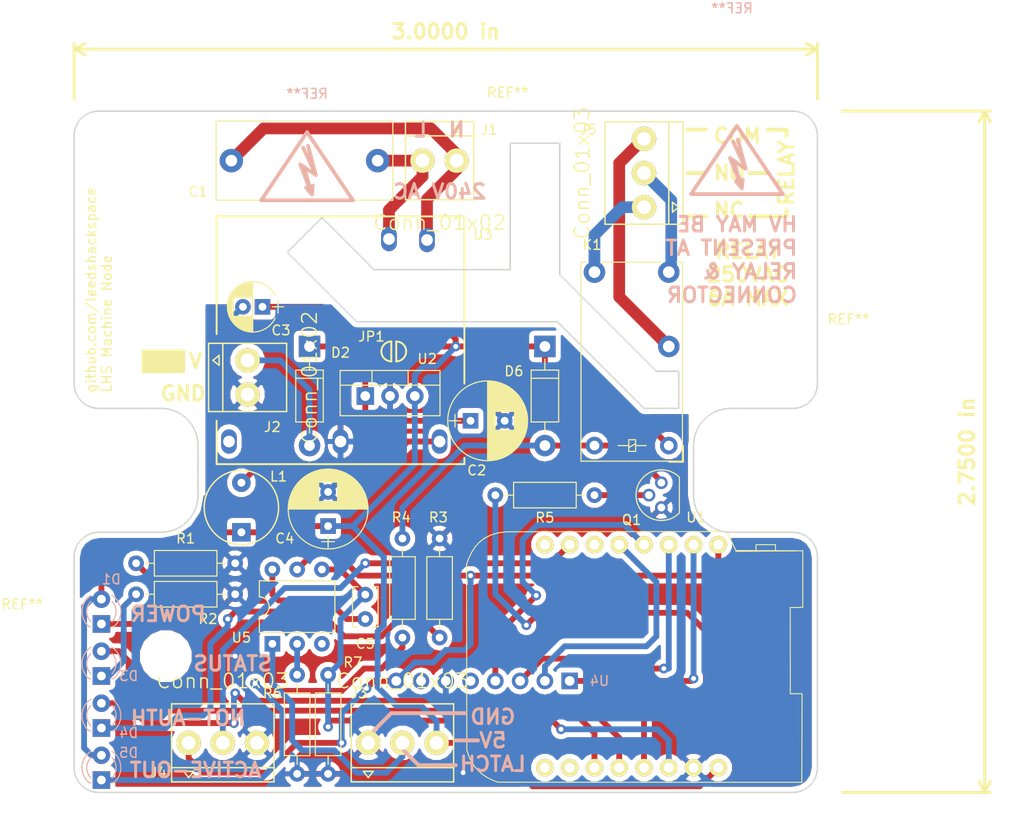
<source format=kicad_pcb>
(kicad_pcb (version 4) (host pcbnew 4.0.7)
  (layers (0 F.Cu signal) (31 B.Cu signal) (34 B.Paste user) (35 F.Paste user) (36 B.SilkS user) (37 F.SilkS user) (38 B.Mask user) (39 F.Mask user) (44 Edge.Cuts user))
  (net 0 "")
  (net 1 /240-LIVE)
  (net 2 /240-NEUT)
  (net 3 "Net-(C2-Pad1)")
  (net 4 GND)
  (net 5 +5V)
  (net 6 "Net-(C5-Pad1)")
  (net 7 LATCH-INPUT)
  (net 8 "Net-(D1-Pad1)")
  (net 9 "Net-(D2-Pad2)")
  (net 10 "Net-(D3-Pad1)")
  (net 11 /LED-STATUS)
  (net 12 "Net-(D4-Pad1)")
  (net 13 /LED-NOTAUTH)
  (net 14 "Net-(D5-Pad1)")
  (net 15 "Net-(D6-Pad2)")
  (net 16 "Net-(J3-Pad2)")
  (net 17 +3V3)
  (net 18 A0-SPARE)
  (net 19 /RELAY-NC)
  (net 20 /RELAY-NO)
  (net 21 /RELAY-COM)
  (net 22 "Net-(L1-Pad2)")
  (net 23 "Net-(Q1-Pad2)")
  (net 24 /RELAY-CONTROL)
  (net 25 "Net-(R6-Pad1)")
  (net 26 "Net-(U1-Pad8)")
  (net 27 "Net-(U1-Pad7)")
  (net 28 /SDA)
  (net 29 /MOSI)
  (net 30 /MISO)
  (net 31 /SCK)
  (net 32 "Net-(U1-Pad11)")
  (net 33 "Net-(U1-Pad9)")
  (net 34 "Net-(U4-Pad5)")
  (net 35 "Net-(U4-Pad7)")
  (net 36 "Net-(U5-Pad3)")
  (module VTX-214-005-005 (layer F.Cu) (at 212.725 85.725 270)
    (fp_text reference U3 (at -10.795 -14.605 360) (layer F.SilkS))
    (fp_text value Vigortronix-VTX-214-005-005)
    (pad 1 thru_hole oval (at -10.28 -8.87 270) (size 2.5 1.6) (drill 1.2) (layers *.Cu *.Mask) (net 2 /240-NEUT))
    (pad 2 thru_hole oval (at -10.38 -4.97 270) (size 2.5 1.6) (drill 1.2) (layers *.Cu *.Mask) (net 1 /240-LIVE))
    (pad 3 thru_hole oval (at 10.38 11.43 270) (size 2.5 1.6) (drill 1.2) (layers *.Cu *.Mask))
    (pad 4 thru_hole oval (at 10.38 0 270) (size 2.5 1.6) (drill 1.2) (layers *.Cu *.Mask) (net 4 GND))
    (pad 5 thru_hole oval (at 10.38 -10.16 270) (size 2.5 1.6) (drill 1.2) (layers *.Cu *.Mask) (net 22 "Net-(L1-Pad2)"))
  )
  (module TO_SOT_Packages_THT:TO-92_Molded_Narrow (layer F.Cu) (at 245.618 102.87 90)
    (fp_text reference Q1 (at -1.27 -3.048 180) (layer F.SilkS))
    (fp_text value PN2222A)
    (pad 2 thru_hole circle (at 1.27 -1.27 180) (size 1.3 1.3) (drill 0.8) (layers *.Cu *.Mask) (net 23 "Net-(Q1-Pad2)"))
    (pad 3 thru_hole circle (at 2.54 0 180) (size 1.3 1.3) (drill 0.8) (layers *.Cu *.Mask) (net 15 "Net-(D6-Pad2)"))
    (pad 1 thru_hole circle (at 0 0 180) (size 1.3 1.3) (drill 0.8) (layers *.Cu *.Mask) (net 4 GND))
  )
  (module wemos_d1_mini:D1_mini_board (layer F.Cu) (at 243.84 118.11 90)
    (fp_text reference U1 (at 14.224 5.334 180) (layer F.SilkS))
    (fp_text value "WeMos D1 Mini")
    (pad 8 thru_hole circle (at -11.43 -10.16 90) (size 1.8 1.8) (drill 1.016) (layers *.Cu *.Mask F.SilkS) (net 26 "Net-(U1-Pad8)"))
    (pad 7 thru_hole circle (at -11.43 -7.62 90) (size 1.8 1.8) (drill 1.016) (layers *.Cu *.Mask F.SilkS) (net 27 "Net-(U1-Pad7)"))
    (pad 6 thru_hole circle (at -11.43 -5.08 90) (size 1.8 1.8) (drill 1.016) (layers *.Cu *.Mask F.SilkS) (net 11 /LED-STATUS))
    (pad 5 thru_hole circle (at -11.43 -2.54 90) (size 1.8 1.8) (drill 1.016) (layers *.Cu *.Mask F.SilkS) (net 13 /LED-NOTAUTH))
    (pad 4 thru_hole circle (at -11.43 0 90) (size 1.8 1.8) (drill 1.016) (layers *.Cu *.Mask F.SilkS) (net 24 /RELAY-CONTROL))
    (pad 3 thru_hole circle (at -11.43 2.54 90) (size 1.8 1.8) (drill 1.016) (layers *.Cu *.Mask F.SilkS) (net 7 LATCH-INPUT))
    (pad 2 thru_hole circle (at -11.43 5.08 90) (size 1.8 1.8) (drill 1.016) (layers *.Cu *.Mask F.SilkS) (net 4 GND))
    (pad 1 thru_hole circle (at -11.43 7.62 90) (size 1.8 1.8) (drill 1.016) (layers *.Cu *.Mask F.SilkS) (net 5 +5V))
    (pad 16 thru_hole circle (at 11.43 7.62 90) (size 1.8 1.8) (drill 1.016) (layers *.Cu *.Mask F.SilkS) (net 17 +3V3))
    (pad 15 thru_hole circle (at 11.43 5.08 90) (size 1.8 1.8) (drill 1.016) (layers *.Cu *.Mask F.SilkS) (net 28 /SDA))
    (pad 14 thru_hole circle (at 11.43 2.54 90) (size 1.8 1.8) (drill 1.016) (layers *.Cu *.Mask F.SilkS) (net 29 /MOSI))
    (pad 13 thru_hole circle (at 11.43 0 90) (size 1.8 1.8) (drill 1.016) (layers *.Cu *.Mask F.SilkS) (net 30 /MISO))
    (pad 12 thru_hole circle (at 11.43 -2.54 90) (size 1.8 1.8) (drill 1.016) (layers *.Cu *.Mask F.SilkS) (net 31 /SCK))
    (pad 11 thru_hole circle (at 11.43 -5.08 90) (size 1.8 1.8) (drill 1.016) (layers *.Cu *.Mask F.SilkS) (net 32 "Net-(U1-Pad11)"))
    (pad 10 thru_hole circle (at 11.43 -7.62 90) (size 1.8 1.8) (drill 1.016) (layers *.Cu *.Mask F.SilkS) (net 18 A0-SPARE))
    (pad 9 thru_hole circle (at 11.43 -10.16 90) (size 1.8 1.8) (drill 1.016) (layers *.Cu *.Mask F.SilkS) (net 33 "Net-(U1-Pad9)"))
  )
  (module Capacitors_ThroughHole:C_Rect_L18.0mm_W8.0mm_P15.00mm_FKS3_FKP3 (layer F.Cu) (at 216.535 67.31 180)
    (fp_text reference C1 (at 18.415 -3.175 180) (layer F.SilkS))
    (fp_text value ECQU2A224ML)
    (pad 1 thru_hole circle (at 0 0 180) (size 2.4 2.4) (drill 1.2) (layers *.Cu *.Mask) (net 1 /240-LIVE))
    (pad 2 thru_hole circle (at 15 0 180) (size 2.4 2.4) (drill 1.2) (layers *.Cu *.Mask) (net 2 /240-NEUT))
  )
  (module Resistors_ThroughHole:R_Axial_DIN0207_L6.3mm_D2.5mm_P10.16mm_Horizontal (layer F.Cu) (at 222.885 106.045 270)
    (fp_text reference R3 (at -2.159 0.127 360) (layer F.SilkS))
    (fp_text value 1K)
    (pad 1 thru_hole circle (at 0 0 270) (size 1.6 1.6) (drill 0.8) (layers *.Cu *.Mask) (net 4 GND))
    (pad 2 thru_hole oval (at 10.16 0 270) (size 1.6 1.6) (drill 0.8) (layers *.Cu *.Mask) (net 12 "Net-(D4-Pad1)"))
  )
  (module Socket_Strips:Socket_Strip_Angled_1x08_Pitch2.54mm (layer B.Cu) (at 236.22 120.65 90)
    (fp_text reference U4 (at 0 3.048 180) (layer B.SilkS) (effects (justify mirror)))
    (fp_text value "RFID-RC522 Reader")
    (pad 1 thru_hole rect (at 0 0 90) (size 1.7 1.7) (drill 1) (layers *.Cu *.Mask) (net 28 /SDA))
    (pad 2 thru_hole oval (at 0 -2.54 90) (size 1.7 1.7) (drill 1) (layers *.Cu *.Mask) (net 31 /SCK))
    (pad 3 thru_hole oval (at 0 -5.08 90) (size 1.7 1.7) (drill 1) (layers *.Cu *.Mask) (net 29 /MOSI))
    (pad 4 thru_hole oval (at 0 -7.62 90) (size 1.7 1.7) (drill 1) (layers *.Cu *.Mask) (net 30 /MISO))
    (pad 5 thru_hole oval (at 0 -10.16 90) (size 1.7 1.7) (drill 1) (layers *.Cu *.Mask) (net 34 "Net-(U4-Pad5)"))
    (pad 6 thru_hole oval (at 0 -12.7 90) (size 1.7 1.7) (drill 1) (layers *.Cu *.Mask) (net 4 GND))
    (pad 7 thru_hole oval (at 0 -15.24 90) (size 1.7 1.7) (drill 1) (layers *.Cu *.Mask) (net 35 "Net-(U4-Pad7)"))
    (pad 8 thru_hole oval (at 0 -17.78 90) (size 1.7 1.7) (drill 1) (layers *.Cu *.Mask) (net 17 +3V3))
  )
  (module adnbr_pth:CONNECTOR-02-3.5MM (layer F.Cu) (at 222.885 67.31 180)
    (fp_text reference J1 (at -5.08 3.175 180) (layer F.SilkS))
    (fp_text value Conn_01x02 (at 0 -6.35 180) (layer F.SilkS) (effects (font (size 1.5 1.5))))
    (pad 1 thru_hole circle (at -1.75 0 180) (size 2.5 2.5) (drill 1.4) (layers *.Cu *.Mask F.SilkS) (net 2 /240-NEUT))
    (pad 2 thru_hole circle (at 1.75 0 180) (size 2.5 2.5) (drill 1.4) (layers *.Cu *.Mask F.SilkS) (net 1 /240-LIVE))
  )
  (module Relays_ThroughHole:Relay_SPDT_Finder_32.21-x000 (layer F.Cu) (at 246.38 96.52 180)
    (fp_text reference K1 (at 7.874 20.574 180) (layer F.SilkS))
    (fp_text value "FINDER 32.21.7.012.2000")
    (pad A1 thru_hole circle (at 0 0 180) (size 1.8 1.8) (drill 1) (layers *.Cu *.Mask) (net 5 +5V))
    (pad A2 thru_hole circle (at 7.62 0 180) (size 1.8 1.8) (drill 1) (layers *.Cu *.Mask) (net 15 "Net-(D6-Pad2)"))
    (pad 11 thru_hole circle (at 0 10.16 180) (size 2.2 2.2) (drill 1.2) (layers *.Cu *.Mask) (net 21 /RELAY-COM))
    (pad 14 thru_hole circle (at 0 17.78 180) (size 2.2 2.2) (drill 1.2) (layers *.Cu *.Mask) (net 20 /RELAY-NO))
    (pad 12 thru_hole circle (at 7.62 17.78 180) (size 2.2 2.2) (drill 1.2) (layers *.Cu *.Mask) (net 19 /RELAY-NC))
  )
  (module TO_SOT_Packages_THT:TO-220-3_Vertical (layer F.Cu) (at 215.265 91.44)
    (fp_text reference U2 (at 6.35 -3.81) (layer F.SilkS))
    (fp_text value LM7805_TO220)
    (pad 1 thru_hole rect (at 0 0) (size 1.8 1.8) (drill 1) (layers *.Cu *.Mask) (net 3 "Net-(C2-Pad1)"))
    (pad 2 thru_hole oval (at 2.54 0) (size 1.8 1.8) (drill 1) (layers *.Cu *.Mask) (net 4 GND))
    (pad 3 thru_hole oval (at 5.08 0) (size 1.8 1.8) (drill 1) (layers *.Cu *.Mask) (net 5 +5V))
  )
  (module Capacitors_ThroughHole:CP_Radial_D8.0mm_P3.50mm (layer F.Cu) (at 226.06 93.98)
    (fp_text reference C2 (at 0.635 5.08) (layer F.SilkS))
    (fp_text value 100U)
    (pad 1 thru_hole rect (at 0 0) (size 1.6 1.6) (drill 0.8) (layers *.Cu *.Mask) (net 3 "Net-(C2-Pad1)"))
    (pad 2 thru_hole circle (at 3.5 0) (size 1.6 1.6) (drill 0.8) (layers *.Cu *.Mask) (net 4 GND))
  )
  (module Capacitors_ThroughHole:CP_Radial_D5.0mm_P2.00mm (layer F.Cu) (at 204.724 82.296 180)
    (fp_text reference C3 (at -1.905 -2.413 180) (layer F.SilkS))
    (fp_text value 10U)
    (pad 1 thru_hole rect (at 0 0 180) (size 1.6 1.6) (drill 0.8) (layers *.Cu *.Mask) (net 5 +5V))
    (pad 2 thru_hole circle (at 2 0 180) (size 1.6 1.6) (drill 0.8) (layers *.Cu *.Mask) (net 4 GND))
  )
  (module Capacitors_ThroughHole:CP_Radial_D8.0mm_P3.50mm (layer F.Cu) (at 211.455 104.775 90)
    (fp_text reference C4 (at -1.27 -4.445 180) (layer F.SilkS))
    (fp_text value 470UF)
    (pad 1 thru_hole rect (at 0 0 90) (size 1.6 1.6) (drill 0.8) (layers *.Cu *.Mask) (net 5 +5V))
    (pad 2 thru_hole circle (at 3.5 0 90) (size 1.6 1.6) (drill 0.8) (layers *.Cu *.Mask) (net 4 GND))
  )
  (module Capacitors_ThroughHole:C_Rect_L4.0mm_W2.5mm_P2.50mm (layer F.Cu) (at 215.265 114.3 90)
    (fp_text reference C5 (at -2.54 0 180) (layer F.SilkS))
    (fp_text value 0.1NF)
    (pad 1 thru_hole circle (at 0 0 90) (size 1.6 1.6) (drill 0.8) (layers *.Cu *.Mask) (net 6 "Net-(C5-Pad1)"))
    (pad 2 thru_hole circle (at 2.5 0 90) (size 1.6 1.6) (drill 0.8) (layers *.Cu *.Mask) (net 7 LATCH-INPUT))
  )
  (module LEDs:LED_D3.0mm (layer B.Cu) (at 188.214 120.142 90)
    (fp_text reference D3 (at 0 2.794 180) (layer B.SilkS) (effects (justify mirror)))
    (fp_text value STATUS)
    (pad 1 thru_hole rect (at 0 0 90) (size 1.8 1.8) (drill 0.9) (layers *.Cu *.Mask) (net 10 "Net-(D3-Pad1)"))
    (pad 2 thru_hole circle (at 2.54 0 90) (size 1.8 1.8) (drill 0.9) (layers *.Cu *.Mask) (net 11 /LED-STATUS))
  )
  (module LEDs:LED_D3.0mm (layer B.Cu) (at 188.214 125.476 90)
    (fp_text reference D4 (at -0.508 2.794 180) (layer B.SilkS) (effects (justify mirror)))
    (fp_text value NOT-AUTH)
    (pad 1 thru_hole rect (at 0 0 90) (size 1.8 1.8) (drill 0.9) (layers *.Cu *.Mask) (net 12 "Net-(D4-Pad1)"))
    (pad 2 thru_hole circle (at 2.54 0 90) (size 1.8 1.8) (drill 0.9) (layers *.Cu *.Mask) (net 13 /LED-NOTAUTH))
  )
  (module LEDs:LED_D3.0mm (layer B.Cu) (at 188.214 130.81 90)
    (fp_text reference D5 (at 2.794 2.794 180) (layer B.SilkS) (effects (justify mirror)))
    (fp_text value OUTPUT-ACTIVE)
    (pad 1 thru_hole rect (at 0 0 90) (size 1.8 1.8) (drill 0.9) (layers *.Cu *.Mask) (net 14 "Net-(D5-Pad1)"))
    (pad 2 thru_hole circle (at 2.54 0 90) (size 1.8 1.8) (drill 0.9) (layers *.Cu *.Mask) (net 5 +5V))
  )
  (module Diodes_ThroughHole:D_DO-41_SOD81_P10.16mm_Horizontal (layer F.Cu) (at 233.68 86.36 270)
    (fp_text reference D6 (at 2.54 3.175 360) (layer F.SilkS))
    (fp_text value 1N4001)
    (pad 1 thru_hole rect (at 0 0 270) (size 2.2 2.2) (drill 1.1) (layers *.Cu *.Mask) (net 5 +5V))
    (pad 2 thru_hole oval (at 10.16 0 270) (size 2.2 2.2) (drill 1.1) (layers *.Cu *.Mask) (net 15 "Net-(D6-Pad2)"))
  )
  (module adnbr_pth:CONNECTOR-02-3.5MM (layer F.Cu) (at 203.2 89.535 270)
    (fp_text reference J2 (at 5.08 -2.54 360) (layer F.SilkS))
    (fp_text value Conn_01x02 (at 0 -6.35 270) (layer F.SilkS) (effects (font (size 1.5 1.5))))
    (pad 1 thru_hole circle (at -1.75 0 270) (size 2.5 2.5) (drill 1.4) (layers *.Cu *.Mask F.SilkS) (net 9 "Net-(D2-Pad2)"))
    (pad 2 thru_hole circle (at 1.75 0 270) (size 2.5 2.5) (drill 1.4) (layers *.Cu *.Mask F.SilkS) (net 4 GND))
  )
  (module adnbr_pth:CONNECTOR-03-3.5MM (layer F.Cu) (at 219.075 127)
    (fp_text reference J3 (at -4.445 -5.08) (layer F.SilkS))
    (fp_text value Conn_01x03 (at 0 -6.35) (layer F.SilkS) (effects (font (size 1.5 1.5))))
    (pad 1 thru_hole circle (at -3.5 0) (size 2.5 2.5) (drill 1.4) (layers *.Cu *.Mask F.SilkS) (net 4 GND))
    (pad 2 thru_hole circle (at 0 0) (size 2.5 2.5) (drill 1.4) (layers *.Cu *.Mask F.SilkS) (net 16 "Net-(J3-Pad2)"))
    (pad 3 thru_hole circle (at 3.5 0) (size 2.5 2.5) (drill 1.4) (layers *.Cu *.Mask F.SilkS) (net 5 +5V))
  )
  (module adnbr_pth:CONNECTOR-03-3.5MM (layer F.Cu) (at 200.66 127)
    (fp_text reference J4 (at -6.604 3.048) (layer F.SilkS))
    (fp_text value Conn_01x03 (at 0 -6.35) (layer F.SilkS) (effects (font (size 1.5 1.5))))
    (pad 1 thru_hole circle (at -3.5 0) (size 2.5 2.5) (drill 1.4) (layers *.Cu *.Mask F.SilkS) (net 17 +3V3))
    (pad 2 thru_hole circle (at 0 0) (size 2.5 2.5) (drill 1.4) (layers *.Cu *.Mask F.SilkS) (net 18 A0-SPARE))
    (pad 3 thru_hole circle (at 3.5 0) (size 2.5 2.5) (drill 1.4) (layers *.Cu *.Mask F.SilkS) (net 4 GND))
  )
  (module adnbr_pth:CONNECTOR-03-3.5MM (layer F.Cu) (at 243.84 68.58 90)
    (fp_text reference J5 (at 4.445 -5.715 180) (layer F.SilkS))
    (fp_text value Conn_01x03 (at 0 -6.35 90) (layer F.SilkS) (effects (font (size 1.5 1.5))))
    (pad 1 thru_hole circle (at -3.5 0 90) (size 2.5 2.5) (drill 1.4) (layers *.Cu *.Mask F.SilkS) (net 19 /RELAY-NC))
    (pad 2 thru_hole circle (at 0 0 90) (size 2.5 2.5) (drill 1.4) (layers *.Cu *.Mask F.SilkS) (net 20 /RELAY-NO))
    (pad 3 thru_hole circle (at 3.5 0 90) (size 2.5 2.5) (drill 1.4) (layers *.Cu *.Mask F.SilkS) (net 21 /RELAY-COM))
  )
  (module Inductors:INDUCTOR_V (layer F.Cu) (at 202.565 102.87 90)
    (fp_text reference L1 (at 3.175 3.81 180) (layer F.SilkS))
    (fp_text value 5UH)
    (pad 1 thru_hole rect (at -2.54 0 90) (size 1.905 1.905) (drill 0.8128) (layers *.Cu *.Mask) (net 5 +5V))
    (pad 2 thru_hole circle (at 2.54 0 90) (size 1.905 1.905) (drill 0.8128) (layers *.Cu *.Mask) (net 22 "Net-(L1-Pad2)"))
  )
  (module Resistors_ThroughHole:R_Axial_DIN0207_L6.3mm_D2.5mm_P10.16mm_Horizontal (layer F.Cu) (at 201.93 108.585 180)
    (fp_text reference R1 (at 5.08 2.54 180) (layer F.SilkS))
    (fp_text value 1K)
    (pad 1 thru_hole circle (at 0 0 180) (size 1.6 1.6) (drill 0.8) (layers *.Cu *.Mask) (net 4 GND))
    (pad 2 thru_hole oval (at 10.16 0 180) (size 1.6 1.6) (drill 0.8) (layers *.Cu *.Mask) (net 8 "Net-(D1-Pad1)"))
  )
  (module Resistors_ThroughHole:R_Axial_DIN0207_L6.3mm_D2.5mm_P10.16mm_Horizontal (layer F.Cu) (at 201.93 111.76 180)
    (fp_text reference R2 (at 2.794 -2.54 180) (layer F.SilkS))
    (fp_text value 1K)
    (pad 1 thru_hole circle (at 0 0 180) (size 1.6 1.6) (drill 0.8) (layers *.Cu *.Mask) (net 4 GND))
    (pad 2 thru_hole oval (at 10.16 0 180) (size 1.6 1.6) (drill 0.8) (layers *.Cu *.Mask) (net 10 "Net-(D3-Pad1)"))
  )
  (module Resistors_ThroughHole:R_Axial_DIN0207_L6.3mm_D2.5mm_P10.16mm_Horizontal (layer F.Cu) (at 219.075 106.045 270)
    (fp_text reference R4 (at -2.159 0.127 360) (layer F.SilkS))
    (fp_text value 1K)
    (pad 1 thru_hole circle (at 0 0 270) (size 1.6 1.6) (drill 0.8) (layers *.Cu *.Mask) (net 15 "Net-(D6-Pad2)"))
    (pad 2 thru_hole oval (at 10.16 0 270) (size 1.6 1.6) (drill 0.8) (layers *.Cu *.Mask) (net 14 "Net-(D5-Pad1)"))
  )
  (module Resistors_ThroughHole:R_Axial_DIN0207_L6.3mm_D2.5mm_P10.16mm_Horizontal (layer F.Cu) (at 238.76 101.6 180)
    (fp_text reference R5 (at 5.08 -2.31 180) (layer F.SilkS))
    (fp_text value 2K2)
    (pad 1 thru_hole circle (at 0 0 180) (size 1.6 1.6) (drill 0.8) (layers *.Cu *.Mask) (net 23 "Net-(Q1-Pad2)"))
    (pad 2 thru_hole oval (at 10.16 0 180) (size 1.6 1.6) (drill 0.8) (layers *.Cu *.Mask) (net 24 /RELAY-CONTROL))
  )
  (module Resistors_ThroughHole:R_Axial_DIN0207_L6.3mm_D2.5mm_P10.16mm_Horizontal (layer F.Cu) (at 208.28 120.015 270)
    (fp_text reference R6 (at 1.905 2.54 360) (layer F.SilkS))
    (fp_text value 2K2)
    (pad 1 thru_hole circle (at 0 0 270) (size 1.6 1.6) (drill 0.8) (layers *.Cu *.Mask) (net 25 "Net-(R6-Pad1)"))
    (pad 2 thru_hole oval (at 10.16 0 270) (size 1.6 1.6) (drill 0.8) (layers *.Cu *.Mask) (net 4 GND))
  )
  (module Resistors_ThroughHole:R_Axial_DIN0207_L6.3mm_D2.5mm_P10.16mm_Horizontal (layer F.Cu) (at 211.455 120.015 270)
    (fp_text reference R7 (at -1.27 -2.54 360) (layer F.SilkS))
    (fp_text value 10K)
    (pad 1 thru_hole circle (at 0 0 270) (size 1.6 1.6) (drill 0.8) (layers *.Cu *.Mask) (net 7 LATCH-INPUT))
    (pad 2 thru_hole oval (at 10.16 0 270) (size 1.6 1.6) (drill 0.8) (layers *.Cu *.Mask) (net 4 GND))
  )
  (module Housings_DIP:DIP-6_W7.62mm (layer F.Cu) (at 205.74 116.84 90)
    (fp_text reference U5 (at 0.635 -3.175 180) (layer F.SilkS))
    (fp_text value 4N25)
    (pad 1 thru_hole rect (at 0 0 90) (size 1.6 1.6) (drill 0.8) (layers *.Cu *.Mask) (net 16 "Net-(J3-Pad2)"))
    (pad 4 thru_hole oval (at 7.62 5.08 90) (size 1.6 1.6) (drill 0.8) (layers *.Cu *.Mask) (net 7 LATCH-INPUT))
    (pad 2 thru_hole oval (at 0 2.54 90) (size 1.6 1.6) (drill 0.8) (layers *.Cu *.Mask) (net 25 "Net-(R6-Pad1)"))
    (pad 5 thru_hole oval (at 7.62 2.54 90) (size 1.6 1.6) (drill 0.8) (layers *.Cu *.Mask) (net 17 +3V3))
    (pad 3 thru_hole oval (at 0 5.08 90) (size 1.6 1.6) (drill 0.8) (layers *.Cu *.Mask) (net 36 "Net-(U5-Pad3)"))
    (pad 6 thru_hole oval (at 7.62 0 90) (size 1.6 1.6) (drill 0.8) (layers *.Cu *.Mask) (net 6 "Net-(C5-Pad1)"))
  )
  (module LEDs:LED_D3.0mm (layer B.Cu) (at 188.214 114.808 90)
    (fp_text reference D1 (at 4.572 1.016 180) (layer B.SilkS) (effects (justify mirror)))
    (fp_text value POWER)
    (pad 1 thru_hole rect (at 0 0 90) (size 1.8 1.8) (drill 0.9) (layers *.Cu *.Mask) (net 8 "Net-(D1-Pad1)"))
    (pad 2 thru_hole circle (at 2.54 0 90) (size 1.8 1.8) (drill 0.9) (layers *.Cu *.Mask) (net 5 +5V))
  )
  (module Diodes_ThroughHole:D_DO-41_SOD81_P10.16mm_Horizontal (layer F.Cu) (at 209.55 86.36 270)
    (fp_text reference D2 (at 0.635 -3.175 360) (layer F.SilkS))
    (fp_text value 1N4001)
    (pad 1 thru_hole rect (at 0 0 270) (size 2.2 2.2) (drill 1.1) (layers *.Cu *.Mask) (net 3 "Net-(C2-Pad1)"))
    (pad 2 thru_hole oval (at 10.16 0 270) (size 2.2 2.2) (drill 1.1) (layers *.Cu *.Mask) (net 9 "Net-(D2-Pad2)"))
  )
  (module Mounting_Holes:MountingHole_4.3mm_M4 (layer F.Cu) (at 194.818 118.11)
    (fp_text reference REF** (at -14.732 -5.334) (layer F.SilkS))
    (fp_text value MountingHole_4.3mm_M4)
    (pad 1 np_thru_hole circle (at 0 0) (size 4.3 4.3) (drill 4.3) (layers *.Cu *.Mask))
  )
  (module Mounting_Holes:MountingHole_4.3mm_M4 (layer F.Cu) (at 191.135 67.945)
    (fp_text reference REF** (at 38.735 -7.62) (layer F.SilkS))
    (fp_text value MountingHole_4.3mm_M4)
    (pad 1 np_thru_hole circle (at 0 0) (size 4.3 4.3) (drill 4.3) (layers *.Cu *.Mask))
  )
  (module Mounting_Holes:MountingHole_4.3mm_M4 (layer F.Cu) (at 256.54 87.376)
    (fp_text reference REF** (at 8.255 -3.81) (layer F.SilkS))
    (fp_text value MountingHole_4.3mm_M4)
    (pad 1 np_thru_hole circle (at 0 0) (size 4.3 4.3) (drill 4.3) (layers *.Cu *.Mask))
  )
  (module modules:electricity-warning (layer B.Cu) (at 253.365 67.945 180)
    (fp_text reference REF** (at 0.508 16.256 180) (layer B.SilkS) (effects (justify mirror)))
    (fp_text value Symbol_HighVoltage_Type2_CopperTop_VerySmall)
  )
  (module modules:electricity-warning (layer B.Cu) (at 209.296 68.58 180)
    (fp_text reference REF** (at 0 8.128 180) (layer B.SilkS) (effects (justify mirror)))
    (fp_text value Symbol_HighVoltage_Type2_CopperTop_VerySmall)
  )
  (module modules:SOLDER-JUMPER_1-WAY (layer F.Cu) (at 218.186 86.868)
    (fp_text reference JP1 (at -2.286 -1.524) (layer F.SilkS) (effects (font (thickness 0.1524))))
    (fp_text value 5V-JUMP hide)
    (pad 1 smd rect (at -0.65 0) (size 1 1) (layers F.Cu F.Paste F.Mask) (net 3 "Net-(C2-Pad1)"))
    (pad 2 smd rect (at 0.65 0) (size 1 1) (layers F.Cu F.Paste F.Mask) (net 5 +5V))
  )
  (gr_text "github.com/leedshackspace\nLHS Machine Node" (at 187.96 91.186 90) (layer F.SilkS) (effects (font (size 1 1)) (justify left)))
  (gr_line (start 246.634 92.71) (end 246.38 92.71) (angle 90) (layer Edge.Cuts) (width 0.15))
  (gr_line (start 247.396 92.71) (end 246.634 92.71) (angle 90) (layer Edge.Cuts) (width 0.15))
  (gr_line (start 247.396 88.9) (end 247.396 92.71) (angle 90) (layer Edge.Cuts) (width 0.15))
  (gr_line (start 246.38 88.9) (end 247.396 88.9) (angle 90) (layer Edge.Cuts) (width 0.15))
  (gr_line (start 214.376 83.82) (end 234.95 83.82) (angle 90) (layer Edge.Cuts) (width 0.15))
  (gr_line (start 213.614 83.058) (end 214.376 83.82) (angle 90) (layer Edge.Cuts) (width 0.15))
  (gr_line (start 207.264 76.708) (end 213.614 83.058) (angle 90) (layer Edge.Cuts) (width 0.15))
  (gr_line (start 207.772 76.2) (end 207.264 76.708) (angle 90) (layer Edge.Cuts) (width 0.15))
  (gr_line (start 210.82 73.152) (end 207.772 76.2) (angle 90) (layer Edge.Cuts) (width 0.15))
  (gr_line (start 216.154 78.486) (end 210.82 73.152) (angle 90) (layer Edge.Cuts) (width 0.15))
  (gr_line (start 229.616 78.486) (end 216.154 78.486) (angle 90) (layer Edge.Cuts) (width 0.15))
  (gr_line (start 230.124 78.486) (end 229.616 78.486) (angle 90) (layer Edge.Cuts) (width 0.15))
  (gr_line (start 230.124 65.532) (end 230.124 78.486) (angle 90) (layer Edge.Cuts) (width 0.15))
  (gr_line (start 235.204 65.532) (end 230.124 65.532) (angle 90) (layer Edge.Cuts) (width 0.15))
  (gr_line (start 235.204 66.294) (end 235.204 65.532) (angle 90) (layer Edge.Cuts) (width 0.15))
  (gr_line (start 235.204 78.994) (end 235.204 66.294) (angle 90) (layer Edge.Cuts) (width 0.15))
  (gr_line (start 236.22 80.01) (end 235.204 78.994) (angle 90) (layer Edge.Cuts) (width 0.15))
  (gr_text V (at 197.866 87.884) (layer F.SilkS) (effects (font (size 1.5 1.5) (thickness 0.3))))
  (gr_line (start 196.596 88.646) (end 192.532 88.646) (angle 90) (layer F.SilkS) (width 0.4))
  (gr_line (start 192.532 88.392) (end 196.596 88.392) (angle 90) (layer F.SilkS) (width 0.4))
  (gr_line (start 196.596 88.138) (end 195.834 88.138) (angle 90) (layer F.SilkS) (width 0.4))
  (gr_line (start 196.342 88.138) (end 196.596 88.138) (angle 90) (layer F.SilkS) (width 0.4))
  (gr_line (start 192.532 88.138) (end 196.088 88.138) (angle 90) (layer F.SilkS) (width 0.4))
  (gr_line (start 196.342 87.884) (end 192.532 87.884) (angle 90) (layer F.SilkS) (width 0.4))
  (gr_line (start 192.532 87.63) (end 196.596 87.63) (angle 90) (layer F.SilkS) (width 0.4))
  (gr_line (start 192.532 87.122) (end 196.342 87.122) (angle 90) (layer F.SilkS) (width 0.4))
  (gr_line (start 192.532 87.376) (end 196.596 87.376) (angle 90) (layer F.SilkS) (width 0.4))
  (gr_line (start 192.532 86.868) (end 196.596 86.868) (angle 90) (layer F.SilkS) (width 0.4))
  (gr_line (start 192.532 88.9) (end 192.532 86.868) (angle 90) (layer F.SilkS) (width 0.4))
  (gr_line (start 196.596 88.9) (end 192.532 88.9) (angle 90) (layer F.SilkS) (width 0.4))
  (gr_line (start 196.596 86.868) (end 196.596 88.9) (angle 90) (layer F.SilkS) (width 0.4))
  (gr_text GND (at 196.596 91.186) (layer F.SilkS) (effects (font (size 1.5 1.5) (thickness 0.3))))
  (gr_line (start 194.31 105.41) (end 193.04 105.41) (angle 90) (layer Edge.Cuts) (width 0.15))
  (gr_line (start 198.12 100.33) (end 198.12 101.6) (angle 90) (layer Edge.Cuts) (width 0.15))
  (gr_arc (start 194.31 101.6) (end 198.12 101.6) (angle 90) (layer Edge.Cuts) (width 0.15))
  (gr_arc (start 194.31 96.52) (end 194.31 92.71) (angle 90) (layer Edge.Cuts) (width 0.15))
  (gr_line (start 193.04 92.71) (end 194.31 92.71) (angle 90) (layer Edge.Cuts) (width 0.15))
  (gr_line (start 198.12 97.79) (end 198.12 96.52) (angle 90) (layer Edge.Cuts) (width 0.15))
  (gr_line (start 252.73 92.71) (end 254 92.71) (angle 90) (layer Edge.Cuts) (width 0.15))
  (gr_arc (start 252.73 96.52) (end 248.92 96.52) (angle 90) (layer Edge.Cuts) (width 0.15))
  (gr_line (start 248.92 97.79) (end 248.92 96.52) (angle 90) (layer Edge.Cuts) (width 0.15))
  (gr_line (start 261.62 107.95) (end 261.62 129.54) (angle 90) (layer Edge.Cuts) (width 0.15))
  (gr_line (start 185.42 107.95) (end 185.42 129.54) (angle 90) (layer Edge.Cuts) (width 0.15))
  (gr_line (start 248.92 100.33) (end 248.92 101.6) (angle 90) (layer Edge.Cuts) (width 0.15))
  (gr_line (start 259.08 105.41) (end 252.73 105.41) (angle 90) (layer Edge.Cuts) (width 0.15))
  (gr_arc (start 252.73 101.6) (end 252.73 105.41) (angle 90) (layer Edge.Cuts) (width 0.15))
  (gr_line (start 248.92 99.06) (end 248.92 100.33) (angle 90) (layer Edge.Cuts) (width 0.15))
  (gr_arc (start 259.08 107.95) (end 259.08 105.41) (angle 90) (layer Edge.Cuts) (width 0.15))
  (gr_line (start 193.04 105.41) (end 187.96 105.41) (angle 90) (layer Edge.Cuts) (width 0.15))
  (gr_line (start 198.12 99.06) (end 198.12 100.33) (angle 90) (layer Edge.Cuts) (width 0.15))
  (gr_arc (start 187.96 107.95) (end 185.42 107.95) (angle 90) (layer Edge.Cuts) (width 0.15))
  (gr_line (start 198.12 97.79) (end 198.12 99.06) (angle 90) (layer Edge.Cuts) (width 0.15))
  (gr_line (start 193.04 92.71) (end 187.96 92.71) (angle 90) (layer Edge.Cuts) (width 0.15))
  (gr_line (start 185.42 90.17) (end 185.42 64.77) (angle 90) (layer Edge.Cuts) (width 0.15))
  (gr_arc (start 187.96 90.17) (end 187.96 92.71) (angle 90) (layer Edge.Cuts) (width 0.15))
  (gr_line (start 261.62 90.17) (end 261.62 64.77) (angle 90) (layer Edge.Cuts) (width 0.15))
  (gr_line (start 259.08 92.71) (end 254 92.71) (angle 90) (layer Edge.Cuts) (width 0.15))
  (gr_line (start 248.92 99.06) (end 248.92 97.79) (angle 90) (layer Edge.Cuts) (width 0.15))
  (gr_arc (start 259.08 90.17) (end 261.62 90.17) (angle 90) (layer Edge.Cuts) (width 0.15))
  (gr_text "RELAY\n250VAC\n6A MAX" (at 254.508 78.994) (layer F.SilkS) (effects (font (size 1.5 1.5) (thickness 0.3))))
  (gr_text "HV MAY BE \nPRESENT AT\nRELAY &\nCONNECTOR" (at 259.715 77.47) (layer B.SilkS) (effects (font (size 1.5 1.5) (thickness 0.3)) (justify left mirror)))
  (gr_line (start 225.425 90.17) (end 225.425 73.025) (angle 90) (layer F.SilkS) (width 0.2))
  (gr_line (start 225.425 98.425) (end 225.425 97.79) (angle 90) (layer F.SilkS) (width 0.2))
  (gr_line (start 200.025 98.425) (end 225.425 98.425) (angle 90) (layer F.SilkS) (width 0.2))
  (gr_line (start 200.025 93.98) (end 200.025 98.425) (angle 90) (layer F.SilkS) (width 0.2))
  (gr_line (start 200.025 73.025) (end 200.025 85.09) (angle 90) (layer F.SilkS) (width 0.2))
  (gr_line (start 225.425 73.025) (end 200.025 73.025) (angle 90) (layer F.SilkS) (width 0.2))
  (dimension 76.2 (width 0.3) (layer F.SilkS) (gr_text "76.200 mm" (at 223.52 54.53) (layer F.SilkS) (effects (font (size 1.5 1.5) (thickness 0.3)))) (feature1 (pts (xy 185.42 60.96) (xy 185.42 53.18))) (feature2 (pts (xy 261.62 60.96) (xy 261.62 53.18))) (crossbar (pts (xy 261.62 55.88) (xy 185.42 55.88))) (arrow1a (pts (xy 185.42 55.88) (xy 186.546504 55.293579))) (arrow1b (pts (xy 185.42 55.88) (xy 186.546504 56.466421))) (arrow2a (pts (xy 261.62 55.88) (xy 260.493496 55.293579))) (arrow2b (pts (xy 261.62 55.88) (xy 260.493496 56.466421))))
  (dimension 69.85 (width 0.3) (layer F.SilkS) (gr_text "69.850 mm" (at 280.115 97.155 90) (layer F.SilkS) (effects (font (size 1.5 1.5) (thickness 0.3)))) (feature1 (pts (xy 264.16 62.23) (xy 281.465 62.23))) (feature2 (pts (xy 264.16 132.08) (xy 281.465 132.08))) (crossbar (pts (xy 278.765 132.08) (xy 278.765 62.23))) (arrow1a (pts (xy 278.765 62.23) (xy 279.351421 63.356504))) (arrow1b (pts (xy 278.765 62.23) (xy 278.178579 63.356504))) (arrow2a (pts (xy 278.765 132.08) (xy 279.351421 130.953496))) (arrow2b (pts (xy 278.765 132.08) (xy 278.178579 130.953496))))
  (gr_line (start 250.19 73.025) (end 248.285 73.025) (angle 90) (layer F.SilkS) (width 0.4))
  (gr_line (start 250.19 68.58) (end 248.285 68.58) (angle 90) (layer F.SilkS) (width 0.4))
  (gr_line (start 250.19 64.135) (end 248.285 64.135) (angle 90) (layer F.SilkS) (width 0.4))
  (gr_line (start 216.916 124.968) (end 216.154 125.73) (angle 90) (layer B.SilkS) (width 0.4))
  (gr_line (start 220.726 129.286) (end 219.202 127.762) (angle 90) (layer B.SilkS) (width 0.4))
  (gr_line (start 224.536 129.286) (end 220.726 129.286) (angle 90) (layer B.SilkS) (width 0.4))
  (gr_line (start 217.932 123.952) (end 216.916 124.968) (angle 90) (layer B.SilkS) (width 0.4))
  (gr_line (start 225.552 123.952) (end 217.932 123.952) (angle 90) (layer B.SilkS) (width 0.4))
  (gr_line (start 226.822 126.746) (end 224.536 126.746) (angle 90) (layer B.SilkS) (width 0.4))
  (gr_text "GND\n5V\nLATCH" (at 228.346 126.746) (layer B.SilkS) (effects (font (size 1.5 1.5) (thickness 0.3)) (justify mirror)))
  (gr_text ACTIVE-OUT (at 197.866 129.794) (layer B.SilkS) (effects (font (size 1.5 1.5) (thickness 0.3)) (justify mirror)))
  (gr_text NOT-AUTH (at 197.104 124.46) (layer B.SilkS) (effects (font (size 1.5 1.5) (thickness 0.3)) (justify mirror)))
  (gr_text STATUS (at 201.676 118.872) (layer B.SilkS) (effects (font (size 1.5 1.5) (thickness 0.3)) (justify mirror)))
  (gr_text POWER (at 195.072 113.792) (layer B.SilkS) (effects (font (size 1.5 1.5) (thickness 0.3)) (justify mirror)))
  (gr_text "240V AC" (at 222.885 70.485) (layer B.SilkS) (effects (font (size 1.5 1.5) (thickness 0.3)) (justify mirror)))
  (gr_text "N  L" (at 222.885 64.135) (layer B.SilkS) (effects (font (size 1.5 1.5) (thickness 0.3)) (justify mirror)))
  (gr_line (start 255.27 68.58) (end 254.635 68.58) (angle 90) (layer F.SilkS) (width 0.4))
  (gr_line (start 255.27 73.025) (end 254.635 73.025) (angle 90) (layer F.SilkS) (width 0.4))
  (gr_line (start 255.27 68.58) (end 256.54 68.58) (angle 90) (layer F.SilkS) (width 0.4))
  (gr_line (start 258.445 73.025) (end 255.27 73.025) (angle 90) (layer F.SilkS) (width 0.4))
  (gr_line (start 258.445 72.39) (end 258.445 73.025) (angle 90) (layer F.SilkS) (width 0.4))
  (gr_line (start 258.445 64.135) (end 256.54 64.135) (angle 90) (layer F.SilkS) (width 0.4))
  (gr_line (start 258.445 64.77) (end 258.445 64.135) (angle 90) (layer F.SilkS) (width 0.4))
  (gr_text RELAY (at 258.445 68.58 90) (layer F.SilkS) (effects (font (size 1.5 1.5) (thickness 0.3))))
  (gr_line (start 187.96 62.23) (end 198.12 62.23) (angle 90) (layer Edge.Cuts) (width 0.15))
  (gr_line (start 259.08 62.23) (end 248.92 62.23) (angle 90) (layer Edge.Cuts) (width 0.15))
  (gr_arc (start 259.08 64.77) (end 259.08 62.23) (angle 90) (layer Edge.Cuts) (width 0.15))
  (gr_arc (start 187.96 64.77) (end 185.42 64.77) (angle 90) (layer Edge.Cuts) (width 0.15))
  (gr_line (start 248.92 62.23) (end 198.12 62.23) (angle 90) (layer Edge.Cuts) (width 0.15))
  (gr_line (start 243.84 92.71) (end 246.38 92.71) (angle 90) (layer Edge.Cuts) (width 0.15))
  (gr_line (start 234.95 83.82) (end 243.84 92.71) (angle 90) (layer Edge.Cuts) (width 0.15))
  (gr_line (start 245.11 88.9) (end 236.22 80.01) (angle 90) (layer Edge.Cuts) (width 0.15))
  (gr_line (start 246.38 88.9) (end 245.11 88.9) (angle 90) (layer Edge.Cuts) (width 0.15))
  (gr_line (start 259.08 132.08) (end 187.96 132.08) (angle 90) (layer Edge.Cuts) (width 0.15))
  (gr_arc (start 259.08 129.54) (end 261.62 129.54) (angle 90) (layer Edge.Cuts) (width 0.15))
  (gr_arc (start 187.96 129.54) (end 187.96 132.08) (angle 90) (layer Edge.Cuts) (width 0.15))
  (gr_text COM (at 250.825 64.77) (layer F.SilkS) (effects (font (size 1.5 1.5) (thickness 0.3)) (justify left)))
  (gr_text NO (at 250.825 68.58) (layer F.SilkS) (effects (font (size 1.5 1.5) (thickness 0.3)) (justify left)))
  (gr_text NC (at 250.825 72.39) (layer F.SilkS) (effects (font (size 1.5 1.5) (thickness 0.3)) (justify left)))
  (segment (start 216.535 67.31) (end 221.135 67.31) (width 1.2) (layer F.Cu) (net 1))
  (segment (start 221.135 67.31) (end 221.135 68.933) (width 1.2) (layer F.Cu) (net 1))
  (segment (start 217.695 72.373) (end 217.695 75.345) (width 1.2) (layer F.Cu) (net 1))
  (segment (start 221.135 68.933) (end 217.695 72.373) (width 1.2) (layer F.Cu) (net 1))
  (segment (start 221.135 67.31) (end 221.135 68.171) (width 1.2) (layer F.Cu) (net 1))
  (segment (start 224.635 67.31) (end 224.635 66.647) (width 1.2) (layer F.Cu) (net 2))
  (segment (start 224.635 66.647) (end 221.996 64.008) (width 1.2) (layer F.Cu) (net 2))
  (segment (start 204.837 64.008) (end 201.535 67.31) (width 1.2) (layer F.Cu) (net 2))
  (segment (start 221.996 64.008) (end 204.837 64.008) (width 1.2) (layer F.Cu) (net 2))
  (segment (start 224.635 67.31) (end 224.635 68.227) (width 1.2) (layer F.Cu) (net 2))
  (segment (start 224.635 68.227) (end 221.595 71.267) (width 1.2) (layer F.Cu) (net 2))
  (segment (start 221.595 71.267) (end 221.595 75.445) (width 1.2) (layer F.Cu) (net 2))
  (segment (start 224.635 67.31) (end 224.635 67.155) (width 1) (layer F.Cu) (net 2))
  (segment (start 216.916 86.868) (end 217.536 86.868) (width 0.6) (layer F.Cu) (net 3))
  (segment (start 217.028 86.868) (end 216.916 86.868) (width 0.6) (layer F.Cu) (net 3))
  (segment (start 216.916 86.868) (end 216.408 86.868) (width 0.6) (layer F.Cu) (net 3))
  (segment (start 216.408 86.868) (end 215.138 88.138) (width 0.6) (layer F.Cu) (net 3))
  (segment (start 226.06 93.98) (end 215.9 93.98) (width 0.6) (layer F.Cu) (net 3))
  (segment (start 215.9 93.98) (end 215.265 93.345) (width 0.6) (layer F.Cu) (net 3))
  (segment (start 215.265 93.345) (end 215.265 91.44) (width 0.6) (layer F.Cu) (net 3))
  (segment (start 209.55 86.36) (end 213.36 86.36) (width 0.6) (layer F.Cu) (net 3))
  (segment (start 213.36 86.36) (end 215.138 88.138) (width 0.6) (layer F.Cu) (net 3))
  (segment (start 215.138 88.138) (end 215.265 88.265) (width 0.6) (layer F.Cu) (net 3))
  (segment (start 215.265 88.265) (end 215.265 91.44) (width 0.6) (layer F.Cu) (net 3))
  (segment (start 212.725 96.105) (end 212.725 100.005) (width 0.6) (layer B.Cu) (net 4))
  (segment (start 212.725 100.005) (end 211.455 101.275) (width 0.6) (layer B.Cu) (net 4))
  (segment (start 224.79 104.14) (end 223.901 105.029) (width 0.6) (layer F.Cu) (net 4))
  (segment (start 224.79 104.14) (end 224.536 104.14) (width 0.6) (layer F.Cu) (net 4))
  (segment (start 244.348 104.14) (end 224.79 104.14) (width 0.6) (layer F.Cu) (net 4))
  (segment (start 245.618 102.87) (end 244.348 104.14) (width 0.6) (layer F.Cu) (net 4))
  (segment (start 224.536 104.14) (end 223.901 103.505) (width 0.6) (layer F.Cu) (net 4))
  (segment (start 225.552 118.745) (end 224.409 118.745) (width 0.6) (layer B.Cu) (net 4))
  (segment (start 223.52 119.634) (end 223.52 120.65) (width 0.6) (layer B.Cu) (net 4))
  (segment (start 224.409 118.745) (end 223.52 119.634) (width 0.6) (layer B.Cu) (net 4))
  (segment (start 202.724 82.296) (end 202.692 82.296) (width 0.6) (layer B.Cu) (net 4))
  (segment (start 202.692 82.296) (end 200.152 84.836) (width 0.6) (layer B.Cu) (net 4))
  (segment (start 200.152 84.836) (end 200.152 88.237) (width 0.6) (layer B.Cu) (net 4))
  (segment (start 200.152 88.237) (end 203.2 91.285) (width 0.6) (layer B.Cu) (net 4))
  (segment (start 229.56 93.98) (end 229.56 93.924) (width 0.6) (layer F.Cu) (net 4))
  (segment (start 229.56 93.924) (end 224.79 89.154) (width 0.6) (layer F.Cu) (net 4))
  (segment (start 224.79 89.154) (end 218.313 89.154) (width 0.6) (layer F.Cu) (net 4))
  (segment (start 218.313 89.154) (end 217.805 89.662) (width 0.6) (layer F.Cu) (net 4))
  (segment (start 217.805 89.662) (end 217.805 91.44) (width 0.6) (layer F.Cu) (net 4))
  (segment (start 212.725 96.105) (end 212.725 94.234) (width 0.6) (layer F.Cu) (net 4))
  (segment (start 205.26 93.345) (end 203.2 91.285) (width 0.6) (layer F.Cu) (net 4))
  (segment (start 211.836 93.345) (end 205.26 93.345) (width 0.6) (layer F.Cu) (net 4))
  (segment (start 212.725 94.234) (end 211.836 93.345) (width 0.6) (layer F.Cu) (net 4))
  (segment (start 212.725 96.105) (end 216.061 96.105) (width 0.6) (layer B.Cu) (net 4))
  (segment (start 217.805 94.361) (end 217.805 91.44) (width 0.6) (layer B.Cu) (net 4))
  (segment (start 216.061 96.105) (end 217.805 94.361) (width 0.6) (layer B.Cu) (net 4))
  (segment (start 225.298 124.841) (end 223.52 123.063) (width 0.6) (layer B.Cu) (net 4))
  (segment (start 225.298 125.73) (end 225.298 124.841) (width 0.6) (layer B.Cu) (net 4))
  (segment (start 223.52 123.063) (end 223.52 120.65) (width 0.6) (layer B.Cu) (net 4))
  (segment (start 211.455 130.175) (end 212.852 130.175) (width 0.6) (layer F.Cu) (net 4))
  (segment (start 212.852 130.175) (end 213.614 129.413) (width 0.6) (layer F.Cu) (net 4))
  (segment (start 213.614 129.413) (end 213.614 128.961) (width 0.6) (layer F.Cu) (net 4))
  (segment (start 213.614 128.961) (end 215.575 127) (width 0.6) (layer F.Cu) (net 4))
  (segment (start 208.28 130.175) (end 211.455 130.175) (width 0.6) (layer F.Cu) (net 4))
  (segment (start 248.92 129.54) (end 250.825 127.635) (width 0.6) (layer B.Cu) (net 4))
  (segment (start 250.825 127.635) (end 250.825 124.968) (width 0.6) (layer B.Cu) (net 4))
  (segment (start 250.825 124.968) (end 249.428 123.571) (width 0.6) (layer B.Cu) (net 4))
  (segment (start 249.428 123.571) (end 229.108 123.571) (width 0.6) (layer B.Cu) (net 4))
  (segment (start 229.108 123.571) (end 226.949 125.73) (width 0.6) (layer B.Cu) (net 4))
  (segment (start 226.949 125.73) (end 225.298 125.73) (width 0.6) (layer B.Cu) (net 4))
  (segment (start 212.725 96.105) (end 212.691 96.105) (width 0.6) (layer F.Cu) (net 4))
  (segment (start 217.805 91.44) (end 217.932 91.44) (width 0.6) (layer F.Cu) (net 4))
  (segment (start 229.56 93.98) (end 229.616 93.98) (width 0.6) (layer F.Cu) (net 4))
  (segment (start 229.56 93.98) (end 229.489 93.98) (width 0.6) (layer F.Cu) (net 4))
  (segment (start 211.455 101.275) (end 211.455 101.219) (width 0.6) (layer F.Cu) (net 4))
  (segment (start 211.455 101.219) (end 212.979 99.695) (width 0.6) (layer F.Cu) (net 4))
  (segment (start 212.979 99.695) (end 221.361 99.695) (width 0.6) (layer F.Cu) (net 4))
  (segment (start 221.361 99.695) (end 222.941 101.275) (width 0.6) (layer F.Cu) (net 4))
  (segment (start 222.885 106.045) (end 223.901 105.029) (width 0.6) (layer F.Cu) (net 4))
  (segment (start 223.901 103.505) (end 223.901 102.235) (width 0.6) (layer F.Cu) (net 4))
  (segment (start 223.901 102.235) (end 222.941 101.275) (width 0.6) (layer F.Cu) (net 4))
  (segment (start 222.885 106.045) (end 224.155 107.315) (width 0.6) (layer B.Cu) (net 4))
  (segment (start 224.155 107.315) (end 226.314 107.315) (width 0.6) (layer B.Cu) (net 4))
  (segment (start 226.314 107.315) (end 227.33 108.331) (width 0.6) (layer B.Cu) (net 4))
  (segment (start 227.33 108.331) (end 227.33 117.475) (width 0.6) (layer B.Cu) (net 4))
  (segment (start 215.646 127) (end 218.694 130.048) (width 0.6) (layer F.Cu) (net 4))
  (segment (start 218.694 130.048) (end 224.282 130.048) (width 0.6) (layer F.Cu) (net 4))
  (via (at 225.298 130.048) (size 1) (drill 0.5) (layers F.Cu B.Cu) (net 4))
  (segment (start 224.282 130.048) (end 225.298 130.048) (width 0.6) (layer F.Cu) (net 4))
  (segment (start 225.298 130.048) (end 225.298 125.73) (width 0.6) (layer B.Cu) (net 4))
  (segment (start 225.425 118.745) (end 225.552 118.745) (width 0.6) (layer B.Cu) (net 4))
  (segment (start 225.552 118.745) (end 226.06 118.745) (width 0.6) (layer B.Cu) (net 4))
  (segment (start 215.575 127.071) (end 215.575 127) (width 0.6) (layer F.Cu) (net 4))
  (segment (start 215.575 127) (end 215.646 127) (width 0.6) (layer F.Cu) (net 4))
  (segment (start 201.93 108.585) (end 201.803 108.585) (width 0.6) (layer B.Cu) (net 4))
  (segment (start 201.803 108.585) (end 200.66 109.728) (width 0.6) (layer B.Cu) (net 4))
  (segment (start 200.66 109.728) (end 200.66 110.49) (width 0.6) (layer B.Cu) (net 4))
  (segment (start 200.66 110.49) (end 201.93 111.76) (width 0.6) (layer B.Cu) (net 4))
  (segment (start 204.16 127) (end 204.216 127) (width 0.6) (layer B.Cu) (net 4))
  (segment (start 204.216 127) (end 205.74 125.476) (width 0.6) (layer B.Cu) (net 4))
  (segment (start 205.74 125.476) (end 205.74 125.222) (width 0.6) (layer B.Cu) (net 4))
  (segment (start 204.16 122.626) (end 205.74 124.206) (width 0.6) (layer B.Cu) (net 4))
  (segment (start 204.16 122.626) (end 201.93 120.396) (width 0.6) (layer B.Cu) (net 4))
  (segment (start 201.93 120.396) (end 201.93 118.11) (width 0.6) (layer B.Cu) (net 4))
  (via (at 201.93 118.11) (size 1) (drill 0.5) (layers F.Cu B.Cu) (net 4))
  (segment (start 201.93 118.11) (end 199.39 115.57) (width 0.6) (layer F.Cu) (net 4))
  (segment (start 199.39 115.57) (end 199.39 114.3) (width 0.6) (layer F.Cu) (net 4))
  (segment (start 199.39 114.3) (end 201.93 111.76) (width 0.6) (layer F.Cu) (net 4))
  (segment (start 205.74 124.206) (end 205.74 125.222) (width 0.6) (layer B.Cu) (net 4))
  (segment (start 227.33 117.475) (end 226.06 118.745) (width 0.6) (layer B.Cu) (net 4))
  (segment (start 218.836 86.868) (end 220.472 86.868) (width 0.6) (layer F.Cu) (net 5))
  (segment (start 220.472 86.868) (end 220.98 86.36) (width 0.6) (layer F.Cu) (net 5))
  (segment (start 220.98 86.36) (end 224.536 86.36) (width 0.6) (layer F.Cu) (net 5))
  (segment (start 219.964 85.09) (end 224.028 85.09) (width 0.6) (layer F.Cu) (net 5))
  (segment (start 218.186 85.09) (end 219.964 85.09) (width 0.6) (layer F.Cu) (net 5))
  (segment (start 210.82 82.296) (end 213.614 85.09) (width 0.6) (layer F.Cu) (net 5))
  (segment (start 213.614 85.09) (end 218.186 85.09) (width 0.6) (layer F.Cu) (net 5))
  (segment (start 204.724 82.296) (end 210.82 82.296) (width 0.6) (layer F.Cu) (net 5))
  (segment (start 220.345 89.281) (end 220.345 91.44) (width 0.6) (layer B.Cu) (net 5))
  (segment (start 221.234 88.392) (end 220.345 89.281) (width 0.6) (layer B.Cu) (net 5))
  (segment (start 222.504 88.392) (end 221.234 88.392) (width 0.6) (layer B.Cu) (net 5))
  (segment (start 224.536 86.36) (end 222.504 88.392) (width 0.6) (layer B.Cu) (net 5))
  (via (at 224.536 86.36) (size 1) (drill 0.5) (layers F.Cu B.Cu) (net 5))
  (segment (start 224.536 85.598) (end 224.536 86.36) (width 0.6) (layer F.Cu) (net 5))
  (segment (start 224.028 85.09) (end 224.536 85.598) (width 0.6) (layer F.Cu) (net 5))
  (segment (start 220.98 86.36) (end 233.68 86.36) (width 0.6) (layer F.Cu) (net 5))
  (segment (start 220.472 86.868) (end 220.98 86.36) (width 0.6) (layer F.Cu) (net 5))
  (segment (start 202.565 105.41) (end 198.12 105.41) (width 0.6) (layer F.Cu) (net 5))
  (segment (start 198.12 105.41) (end 196.85 106.68) (width 0.6) (layer F.Cu) (net 5))
  (segment (start 196.85 106.68) (end 189.23 106.68) (width 0.6) (layer F.Cu) (net 5))
  (segment (start 189.23 106.68) (end 188.214 107.696) (width 0.6) (layer F.Cu) (net 5))
  (segment (start 188.214 107.696) (end 188.214 112.268) (width 0.6) (layer F.Cu) (net 5))
  (segment (start 188.214 112.268) (end 187.198 112.268) (width 0.6) (layer B.Cu) (net 5))
  (segment (start 187.198 112.268) (end 186.436 113.03) (width 0.6) (layer B.Cu) (net 5))
  (segment (start 186.436 113.03) (end 186.436 127.508) (width 0.6) (layer B.Cu) (net 5))
  (segment (start 186.436 127.508) (end 187.198 128.27) (width 0.6) (layer B.Cu) (net 5))
  (segment (start 187.198 128.27) (end 188.214 128.27) (width 0.6) (layer B.Cu) (net 5))
  (segment (start 220.345 91.44) (end 220.345 98.425) (width 0.6) (layer B.Cu) (net 5))
  (segment (start 220.345 98.425) (end 213.995 104.775) (width 0.6) (layer B.Cu) (net 5))
  (segment (start 222.575 127) (end 222.575 124.785) (width 0.6) (layer B.Cu) (net 5))
  (segment (start 222.575 124.785) (end 220.98 123.19) (width 0.6) (layer B.Cu) (net 5))
  (segment (start 220.98 123.19) (end 218.44 123.19) (width 0.6) (layer B.Cu) (net 5))
  (segment (start 218.44 123.19) (end 216.535 121.285) (width 0.6) (layer B.Cu) (net 5))
  (segment (start 216.535 121.285) (end 216.535 115.57) (width 0.6) (layer B.Cu) (net 5))
  (segment (start 216.535 115.57) (end 217.17 114.935) (width 0.6) (layer B.Cu) (net 5))
  (segment (start 217.17 114.935) (end 217.17 107.95) (width 0.6) (layer B.Cu) (net 5))
  (segment (start 217.17 107.95) (end 213.995 104.775) (width 0.6) (layer B.Cu) (net 5))
  (segment (start 213.995 104.775) (end 211.455 104.775) (width 0.6) (layer B.Cu) (net 5))
  (segment (start 202.565 105.41) (end 206.375 105.41) (width 0.6) (layer F.Cu) (net 5))
  (segment (start 206.375 105.41) (end 207.01 104.775) (width 0.6) (layer F.Cu) (net 5))
  (segment (start 207.01 104.775) (end 211.455 104.775) (width 0.6) (layer F.Cu) (net 5))
  (segment (start 202.311 105.664) (end 202.565 105.41) (width 0.6) (layer F.Cu) (net 5))
  (segment (start 202.946 105.664) (end 203.2 105.41) (width 0.6) (layer F.Cu) (net 5))
  (segment (start 222.575 127) (end 227.965 127) (width 0.6) (layer F.Cu) (net 5))
  (segment (start 227.965 127) (end 232.41 131.445) (width 0.6) (layer F.Cu) (net 5))
  (segment (start 232.41 131.445) (end 249.555 131.445) (width 0.6) (layer F.Cu) (net 5))
  (segment (start 249.555 131.445) (end 251.46 129.54) (width 0.6) (layer F.Cu) (net 5))
  (segment (start 233.68 86.36) (end 233.68 91.44) (width 0.6) (layer F.Cu) (net 5))
  (segment (start 233.68 91.44) (end 236.22 93.98) (width 0.6) (layer F.Cu) (net 5))
  (segment (start 236.22 93.98) (end 243.84 93.98) (width 0.6) (layer F.Cu) (net 5))
  (segment (start 243.84 93.98) (end 246.38 96.52) (width 0.6) (layer F.Cu) (net 5))
  (segment (start 215.265 114.3) (end 213.36 114.3) (width 0.6) (layer F.Cu) (net 6))
  (segment (start 213.36 114.3) (end 211.455 112.395) (width 0.6) (layer F.Cu) (net 6))
  (segment (start 211.455 112.395) (end 206.375 112.395) (width 0.6) (layer F.Cu) (net 6))
  (segment (start 206.375 112.395) (end 205.74 111.76) (width 0.6) (layer F.Cu) (net 6))
  (segment (start 205.74 111.76) (end 205.74 109.22) (width 0.6) (layer F.Cu) (net 6))
  (segment (start 235.331 125.603) (end 245.237 125.603) (width 0.6) (layer B.Cu) (net 7))
  (segment (start 245.237 125.603) (end 246.38 126.746) (width 0.6) (layer B.Cu) (net 7))
  (segment (start 246.38 126.746) (end 246.38 129.54) (width 0.6) (layer B.Cu) (net 7))
  (segment (start 211.455 120.015) (end 211.455 125.349) (width 0.6) (layer B.Cu) (net 7))
  (via (at 211.455 125.349) (size 1) (drill 0.5) (layers F.Cu B.Cu) (net 7))
  (segment (start 211.455 125.349) (end 211.582 124.714) (width 0.6) (layer F.Cu) (net 7))
  (segment (start 211.582 124.714) (end 234.442 124.714) (width 0.6) (layer F.Cu) (net 7))
  (segment (start 234.442 124.714) (end 235.331 125.603) (width 0.6) (layer F.Cu) (net 7))
  (via (at 235.331 125.603) (size 1) (drill 0.5) (layers F.Cu B.Cu) (net 7))
  (segment (start 211.455 120.015) (end 212.725 118.745) (width 0.6) (layer B.Cu) (net 7))
  (segment (start 212.725 118.745) (end 212.725 114.34) (width 0.6) (layer B.Cu) (net 7))
  (segment (start 212.725 114.34) (end 215.265 111.8) (width 0.6) (layer B.Cu) (net 7))
  (segment (start 210.82 109.22) (end 212.685 109.22) (width 0.6) (layer F.Cu) (net 7))
  (segment (start 212.685 109.22) (end 215.265 111.8) (width 0.6) (layer F.Cu) (net 7))
  (segment (start 188.214 114.808) (end 192.024 114.808) (width 0.6) (layer F.Cu) (net 8))
  (segment (start 192.024 114.808) (end 194.056 112.776) (width 0.6) (layer F.Cu) (net 8))
  (segment (start 194.056 112.776) (end 194.056 110.871) (width 0.6) (layer F.Cu) (net 8))
  (segment (start 194.056 110.871) (end 191.77 108.585) (width 0.6) (layer F.Cu) (net 8))
  (segment (start 191.389 108.204) (end 191.77 108.585) (width 0.6) (layer F.Cu) (net 8))
  (segment (start 209.55 96.52) (end 209.55 90.805) (width 0.6) (layer B.Cu) (net 9))
  (segment (start 209.55 90.805) (end 206.53 87.785) (width 0.6) (layer B.Cu) (net 9))
  (segment (start 206.53 87.785) (end 203.2 87.785) (width 0.6) (layer B.Cu) (net 9))
  (segment (start 191.77 111.76) (end 190.5 113.03) (width 0.6) (layer B.Cu) (net 10))
  (segment (start 190.5 113.03) (end 190.5 118.618) (width 0.6) (layer B.Cu) (net 10))
  (segment (start 190.5 118.618) (end 188.976 120.142) (width 0.6) (layer B.Cu) (net 10))
  (segment (start 188.976 120.142) (end 188.214 120.142) (width 0.6) (layer B.Cu) (net 10))
  (segment (start 188.214 117.602) (end 189.992 117.602) (width 0.6) (layer F.Cu) (net 11))
  (segment (start 189.992 117.602) (end 191.008 118.618) (width 0.6) (layer F.Cu) (net 11))
  (segment (start 191.008 118.618) (end 191.008 121.412) (width 0.6) (layer F.Cu) (net 11))
  (segment (start 191.008 121.412) (end 193.294 123.698) (width 0.6) (layer F.Cu) (net 11))
  (segment (start 193.294 123.698) (end 236.474 123.698) (width 0.6) (layer F.Cu) (net 11))
  (segment (start 236.474 123.698) (end 238.76 125.984) (width 0.6) (layer F.Cu) (net 11))
  (segment (start 238.76 125.984) (end 238.76 129.54) (width 0.6) (layer F.Cu) (net 11))
  (segment (start 222.885 116.205) (end 221.488 114.808) (width 0.6) (layer F.Cu) (net 12))
  (segment (start 221.488 114.808) (end 221.234 114.554) (width 0.6) (layer F.Cu) (net 12))
  (segment (start 221.234 114.554) (end 218.44 114.554) (width 0.6) (layer F.Cu) (net 12))
  (segment (start 218.44 114.554) (end 216.916 116.078) (width 0.6) (layer F.Cu) (net 12))
  (segment (start 216.916 116.078) (end 213.106 116.078) (width 0.6) (layer F.Cu) (net 12))
  (segment (start 213.106 116.078) (end 210.566 113.538) (width 0.6) (layer F.Cu) (net 12))
  (segment (start 188.214 125.476) (end 189.992 125.476) (width 0.6) (layer B.Cu) (net 12))
  (segment (start 189.992 125.476) (end 193.548 125.476) (width 0.6) (layer B.Cu) (net 12))
  (segment (start 193.548 125.476) (end 194.818 125.476) (width 0.6) (layer B.Cu) (net 12))
  (segment (start 194.818 125.476) (end 196.088 124.206) (width 0.6) (layer B.Cu) (net 12))
  (segment (start 196.088 124.206) (end 198.628 124.206) (width 0.6) (layer B.Cu) (net 12))
  (segment (start 198.628 124.206) (end 199.39 123.444) (width 0.6) (layer B.Cu) (net 12))
  (segment (start 199.39 123.444) (end 199.39 116.84) (width 0.6) (layer B.Cu) (net 12))
  (segment (start 199.39 116.84) (end 201.168 115.062) (width 0.6) (layer B.Cu) (net 12))
  (segment (start 201.168 115.062) (end 201.168 114.3) (width 0.6) (layer B.Cu) (net 12))
  (via (at 201.168 114.3) (size 1) (drill 0.5) (layers F.Cu B.Cu) (net 12))
  (segment (start 201.168 114.3) (end 201.93 113.538) (width 0.6) (layer F.Cu) (net 12))
  (segment (start 201.93 113.538) (end 210.566 113.538) (width 0.6) (layer F.Cu) (net 12))
  (segment (start 203.2 122.682) (end 202.692 122.682) (width 0.6) (layer F.Cu) (net 13))
  (segment (start 202.692 122.682) (end 201.93 121.92) (width 0.6) (layer F.Cu) (net 13))
  (segment (start 192.786 124.968) (end 201.803 124.968) (width 0.6) (layer F.Cu) (net 13))
  (via (at 201.803 124.968) (size 1) (drill 0.5) (layers F.Cu B.Cu) (net 13))
  (segment (start 201.803 124.968) (end 201.803 122.428) (width 0.6) (layer B.Cu) (net 13))
  (segment (start 201.803 122.428) (end 201.93 121.92) (width 0.6) (layer B.Cu) (net 13))
  (via (at 201.93 121.92) (size 1) (drill 0.5) (layers F.Cu B.Cu) (net 13))
  (segment (start 203.2 122.682) (end 208.788 122.682) (width 0.6) (layer F.Cu) (net 13))
  (segment (start 188.214 122.936) (end 190.754 122.936) (width 0.6) (layer F.Cu) (net 13))
  (segment (start 190.754 122.936) (end 192.786 124.968) (width 0.6) (layer F.Cu) (net 13))
  (segment (start 208.788 122.682) (end 237.49 122.682) (width 0.6) (layer F.Cu) (net 13))
  (segment (start 237.49 122.682) (end 241.3 126.492) (width 0.6) (layer F.Cu) (net 13))
  (segment (start 241.3 126.492) (end 241.3 129.54) (width 0.6) (layer F.Cu) (net 13))
  (segment (start 241.3 128.905) (end 241.3 129.54) (width 0.6) (layer B.Cu) (net 13))
  (segment (start 214.122 120.396) (end 215.138 119.38) (width 0.6) (layer F.Cu) (net 14))
  (segment (start 215.138 119.38) (end 216.916 119.38) (width 0.6) (layer F.Cu) (net 14))
  (segment (start 216.916 119.38) (end 219.075 117.221) (width 0.6) (layer F.Cu) (net 14))
  (segment (start 219.075 117.221) (end 219.075 116.205) (width 0.6) (layer F.Cu) (net 14))
  (segment (start 210.312 121.666) (end 204.724 121.666) (width 0.6) (layer F.Cu) (net 14))
  (segment (start 204.724 121.666) (end 203.962 120.904) (width 0.6) (layer F.Cu) (net 14))
  (via (at 203.962 120.904) (size 1) (drill 0.5) (layers F.Cu B.Cu) (net 14))
  (segment (start 203.962 120.904) (end 206.756 123.698) (width 0.6) (layer B.Cu) (net 14))
  (segment (start 206.756 123.698) (end 206.756 128.524) (width 0.6) (layer B.Cu) (net 14))
  (segment (start 206.756 128.524) (end 204.47 130.81) (width 0.6) (layer B.Cu) (net 14))
  (segment (start 204.47 130.81) (end 188.214 130.81) (width 0.6) (layer B.Cu) (net 14))
  (segment (start 214.122 120.396) (end 212.852 121.666) (width 0.6) (layer F.Cu) (net 14))
  (segment (start 212.852 121.666) (end 210.312 121.666) (width 0.6) (layer F.Cu) (net 14))
  (segment (start 210.312 121.666) (end 210.058 121.666) (width 0.6) (layer F.Cu) (net 14))
  (segment (start 233.68 96.52) (end 225.425 96.52) (width 0.6) (layer B.Cu) (net 15))
  (segment (start 225.425 96.52) (end 219.075 102.87) (width 0.6) (layer B.Cu) (net 15))
  (segment (start 219.075 102.87) (end 219.075 106.045) (width 0.6) (layer B.Cu) (net 15))
  (segment (start 245.618 100.33) (end 245.618 100.203) (width 0.6) (layer F.Cu) (net 15))
  (segment (start 245.618 100.203) (end 241.935 96.52) (width 0.6) (layer F.Cu) (net 15))
  (segment (start 241.935 96.52) (end 238.76 96.52) (width 0.6) (layer F.Cu) (net 15))
  (segment (start 233.68 96.52) (end 238.76 96.52) (width 0.6) (layer F.Cu) (net 15))
  (segment (start 208.788 127.762) (end 207.772 126.746) (width 0.6) (layer B.Cu) (net 16))
  (segment (start 207.772 126.746) (end 207.772 122.936) (width 0.6) (layer B.Cu) (net 16))
  (segment (start 207.772 122.936) (end 205.74 120.904) (width 0.6) (layer B.Cu) (net 16))
  (segment (start 205.74 120.904) (end 205.74 116.84) (width 0.6) (layer B.Cu) (net 16))
  (segment (start 208.788 127.762) (end 212.09 127.762) (width 0.6) (layer B.Cu) (net 16))
  (segment (start 212.09 127.762) (end 214.376 130.048) (width 0.6) (layer B.Cu) (net 16))
  (segment (start 214.376 130.048) (end 217.424 130.048) (width 0.6) (layer B.Cu) (net 16))
  (segment (start 217.424 130.048) (end 219.075 128.397) (width 0.6) (layer B.Cu) (net 16))
  (segment (start 219.075 128.397) (end 219.075 127) (width 0.6) (layer B.Cu) (net 16))
  (segment (start 218.44 120.65) (end 220.345 118.745) (width 0.6) (layer B.Cu) (net 17))
  (segment (start 220.345 118.745) (end 222.25 118.745) (width 0.6) (layer B.Cu) (net 17))
  (segment (start 222.25 118.745) (end 223.52 117.475) (width 0.6) (layer B.Cu) (net 17))
  (segment (start 223.52 117.475) (end 225.425 117.475) (width 0.6) (layer B.Cu) (net 17))
  (segment (start 225.425 117.475) (end 226.06 116.84) (width 0.6) (layer B.Cu) (net 17))
  (segment (start 226.06 116.84) (end 226.06 109.855) (width 0.6) (layer B.Cu) (net 17))
  (via (at 226.06 109.855) (size 1) (drill 0.5) (layers F.Cu B.Cu) (net 17))
  (segment (start 224.79 109.855) (end 226.06 109.855) (width 0.6) (layer F.Cu) (net 17))
  (segment (start 226.06 109.855) (end 250.825 109.855) (width 0.6) (layer F.Cu) (net 17))
  (segment (start 218.44 120.65) (end 218.44 120.396) (width 0.6) (layer B.Cu) (net 17))
  (segment (start 251.46 106.68) (end 251.46 109.22) (width 0.6) (layer F.Cu) (net 17))
  (segment (start 251.46 109.22) (end 250.825 109.855) (width 0.6) (layer F.Cu) (net 17))
  (segment (start 224.79 109.855) (end 219.075 109.855) (width 0.6) (layer F.Cu) (net 17))
  (segment (start 219.075 109.855) (end 215.265 109.855) (width 0.6) (layer F.Cu) (net 17))
  (segment (start 215.265 109.855) (end 214.63 109.855) (width 0.6) (layer F.Cu) (net 17))
  (segment (start 214.63 109.855) (end 212.09 107.315) (width 0.6) (layer F.Cu) (net 17))
  (segment (start 212.09 107.315) (end 210.185 107.315) (width 0.6) (layer F.Cu) (net 17))
  (segment (start 210.185 107.315) (end 208.28 109.22) (width 0.6) (layer F.Cu) (net 17))
  (segment (start 204.47 130.048) (end 205.232 130.048) (width 0.6) (layer F.Cu) (net 17))
  (segment (start 205.232 130.048) (end 208.28 127) (width 0.6) (layer F.Cu) (net 17))
  (segment (start 208.28 127) (end 212.852 127) (width 0.6) (layer F.Cu) (net 17))
  (segment (start 197.16 127) (end 197.16 128.58) (width 0.6) (layer F.Cu) (net 17))
  (segment (start 216.154 120.65) (end 218.44 120.65) (width 0.6) (layer F.Cu) (net 17))
  (segment (start 215.392 121.412) (end 216.154 120.65) (width 0.6) (layer F.Cu) (net 17))
  (via (at 215.392 121.412) (size 1) (drill 0.5) (layers F.Cu B.Cu) (net 17))
  (segment (start 212.852 123.952) (end 215.392 121.412) (width 0.6) (layer B.Cu) (net 17))
  (segment (start 212.852 127) (end 212.852 123.952) (width 0.6) (layer B.Cu) (net 17))
  (via (at 212.852 127) (size 1) (drill 0.5) (layers F.Cu B.Cu) (net 17))
  (segment (start 198.628 130.048) (end 204.47 130.048) (width 0.6) (layer F.Cu) (net 17))
  (segment (start 204.47 130.048) (end 204.724 130.048) (width 0.6) (layer F.Cu) (net 17))
  (segment (start 197.16 128.58) (end 198.628 130.048) (width 0.6) (layer F.Cu) (net 17))
  (segment (start 234.315 108.585) (end 215.265 108.585) (width 0.6) (layer F.Cu) (net 18))
  (segment (start 200.66 127) (end 200.66 117.475) (width 0.6) (layer B.Cu) (net 18))
  (segment (start 200.66 117.475) (end 207.01 111.125) (width 0.6) (layer B.Cu) (net 18))
  (segment (start 207.01 111.125) (end 212.725 111.125) (width 0.6) (layer B.Cu) (net 18))
  (segment (start 212.725 111.125) (end 215.265 108.585) (width 0.6) (layer B.Cu) (net 18))
  (via (at 215.265 108.585) (size 1) (drill 0.5) (layers F.Cu B.Cu) (net 18))
  (segment (start 234.315 108.585) (end 236.22 106.68) (width 0.6) (layer F.Cu) (net 18))
  (segment (start 238.76 78.74) (end 238.76 74.93) (width 1.2) (layer B.Cu) (net 19))
  (segment (start 238.76 74.93) (end 241.61 72.08) (width 1.2) (layer B.Cu) (net 19))
  (segment (start 241.61 72.08) (end 243.84 72.08) (width 1.2) (layer B.Cu) (net 19))
  (segment (start 243.84 68.58) (end 246.634 71.374) (width 1.2) (layer B.Cu) (net 20))
  (segment (start 246.634 71.374) (end 246.634 78.486) (width 1.2) (layer B.Cu) (net 20))
  (segment (start 246.634 78.486) (end 246.38 78.74) (width 1.2) (layer B.Cu) (net 20))
  (segment (start 243.84 65.08) (end 243.784 65.08) (width 1.2) (layer F.Cu) (net 21))
  (segment (start 243.784 65.08) (end 241.3 67.564) (width 1.2) (layer F.Cu) (net 21))
  (segment (start 241.3 67.564) (end 241.3 81.28) (width 1.2) (layer F.Cu) (net 21))
  (segment (start 241.3 81.28) (end 246.38 86.36) (width 1.2) (layer F.Cu) (net 21))
  (segment (start 222.885 96.105) (end 219.617 96.105) (width 0.6) (layer F.Cu) (net 22))
  (segment (start 204.089 98.806) (end 202.565 100.33) (width 0.6) (layer F.Cu) (net 22))
  (segment (start 216.916 98.806) (end 204.089 98.806) (width 0.6) (layer F.Cu) (net 22))
  (segment (start 219.617 96.105) (end 216.916 98.806) (width 0.6) (layer F.Cu) (net 22))
  (segment (start 238.76 101.6) (end 244.348 101.6) (width 0.6) (layer F.Cu) (net 23))
  (segment (start 250.19 121.285) (end 250.19 115.57) (width 0.6) (layer F.Cu) (net 24))
  (segment (start 250.19 115.57) (end 248.285 113.665) (width 0.6) (layer F.Cu) (net 24))
  (segment (start 248.285 113.665) (end 233.045 113.665) (width 0.6) (layer F.Cu) (net 24))
  (segment (start 233.045 113.665) (end 231.775 114.935) (width 0.6) (layer F.Cu) (net 24))
  (via (at 231.775 114.935) (size 1) (drill 0.5) (layers F.Cu B.Cu) (net 24))
  (segment (start 231.775 114.935) (end 228.6 111.76) (width 0.6) (layer B.Cu) (net 24))
  (segment (start 228.6 111.76) (end 228.6 109.855) (width 0.6) (layer B.Cu) (net 24))
  (segment (start 243.84 129.54) (end 243.84 123.19) (width 0.6) (layer F.Cu) (net 24))
  (segment (start 243.84 123.19) (end 245.11 121.92) (width 0.6) (layer F.Cu) (net 24))
  (segment (start 245.11 121.92) (end 249.555 121.92) (width 0.6) (layer F.Cu) (net 24))
  (segment (start 249.555 121.92) (end 250.19 121.285) (width 0.6) (layer F.Cu) (net 24))
  (segment (start 228.6 109.855) (end 228.6 101.6) (width 0.6) (layer B.Cu) (net 24))
  (segment (start 208.28 120.015) (end 208.28 116.84) (width 0.6) (layer B.Cu) (net 25))
  (segment (start 236.22 120.65) (end 248.666 120.65) (width 0.6) (layer F.Cu) (net 28))
  (segment (start 248.666 120.65) (end 248.92 120.396) (width 0.6) (layer F.Cu) (net 28))
  (via (at 248.92 120.396) (size 1) (drill 0.5) (layers F.Cu B.Cu) (net 28))
  (segment (start 248.92 120.396) (end 248.92 106.68) (width 0.6) (layer B.Cu) (net 28))
  (segment (start 246.38 106.68) (end 246.38 119.38) (width 0.6) (layer B.Cu) (net 29))
  (segment (start 246.38 119.38) (end 245.872 119.38) (width 0.6) (layer B.Cu) (net 29))
  (via (at 245.872 119.38) (size 1) (drill 0.5) (layers F.Cu B.Cu) (net 29))
  (segment (start 245.872 119.38) (end 238.252 119.38) (width 0.6) (layer F.Cu) (net 29))
  (segment (start 238.252 119.38) (end 237.236 118.364) (width 0.6) (layer F.Cu) (net 29))
  (segment (start 237.236 118.364) (end 233.426 118.364) (width 0.6) (layer F.Cu) (net 29))
  (segment (start 233.426 118.364) (end 231.14 120.65) (width 0.6) (layer F.Cu) (net 29))
  (segment (start 231.394 106.172) (end 231.394 110.49) (width 0.6) (layer B.Cu) (net 30))
  (segment (start 231.394 110.49) (end 232.791 111.887) (width 0.6) (layer B.Cu) (net 30))
  (segment (start 243.84 106.68) (end 241.808 104.648) (width 0.6) (layer B.Cu) (net 30))
  (segment (start 241.808 104.648) (end 232.918 104.648) (width 0.6) (layer B.Cu) (net 30))
  (segment (start 232.918 104.648) (end 231.394 106.172) (width 0.6) (layer B.Cu) (net 30))
  (via (at 232.791 111.887) (size 1) (drill 0.5) (layers F.Cu B.Cu) (net 30))
  (segment (start 232.791 111.887) (end 228.6 116.078) (width 0.6) (layer F.Cu) (net 30))
  (segment (start 228.6 116.078) (end 228.6 120.65) (width 0.6) (layer F.Cu) (net 30))
  (segment (start 233.68 120.65) (end 233.68 119.126) (width 0.6) (layer B.Cu) (net 31))
  (segment (start 233.68 119.126) (end 235.712 117.094) (width 0.6) (layer B.Cu) (net 31))
  (segment (start 235.712 117.094) (end 244.094 117.094) (width 0.6) (layer B.Cu) (net 31))
  (segment (start 244.094 117.094) (end 245.11 116.078) (width 0.6) (layer B.Cu) (net 31))
  (segment (start 245.11 116.078) (end 245.11 110.49) (width 0.6) (layer B.Cu) (net 31))
  (segment (start 245.11 110.49) (end 241.3 106.68) (width 0.6) (layer B.Cu) (net 31))
  (zone (net 4) (net_name GND) (layer F.Cu) (connect_pads (clearance 0.508)) (min_thickness 0.254) (fill yes (arc_segments 16) (thermal_gap 0.508) (thermal_bridge_width 0.508))
    (polygon (pts (xy 212.344 82.042) (xy 198.882 82.042) (xy 198.882 101.6) (xy 185.928 105.156) (xy 184.912 132.588) (xy 263.144 132.842) (xy 262.636 105.664) (xy 248.412 101.346) (xy 248.412 92.964) (xy 243.586 92.964) (xy 234.696 83.82) (xy 214.376 84.074)))
  )
  (zone (net 4) (net_name GND) (layer B.Cu) (connect_pads (clearance 0.508)) (min_thickness 0.254) (fill yes (arc_segments 16) (thermal_gap 0.508) (thermal_bridge_width 0.508))
    (polygon (pts (xy 214.376 84.074) (xy 234.696 83.82) (xy 243.586 92.964) (xy 248.412 92.964) (xy 248.412 101.346) (xy 262.636 105.664) (xy 263.144 132.842) (xy 184.912 132.588) (xy 184.658 105.156) (xy 198.628 101.6) (xy 198.882 101.6) (xy 198.882 82.042) (xy 212.344 82.042)))
  )
)
</source>
